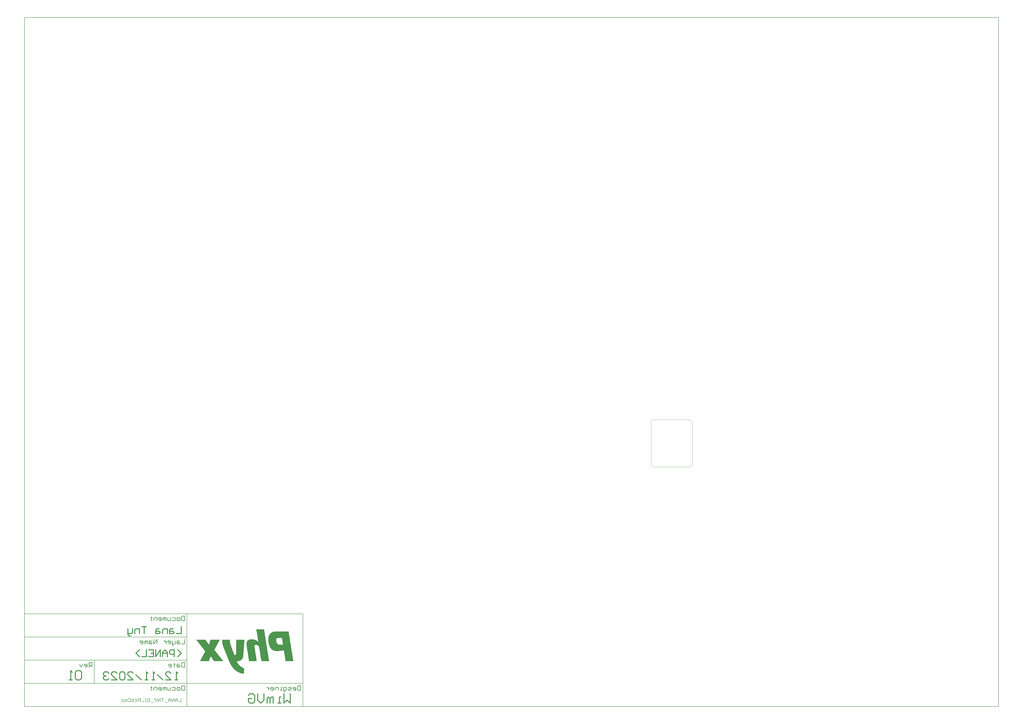
<source format=gbp>
G04*
G04 #@! TF.GenerationSoftware,Altium Limited,Altium Designer,23.10.1 (27)*
G04*
G04 Layer_Color=128*
%FSLAX25Y25*%
%MOIN*%
G70*
G04*
G04 #@! TF.SameCoordinates,194C9E44-5DED-4EF5-99F0-288BDC966464*
G04*
G04*
G04 #@! TF.FilePolarity,Positive*
G04*
G01*
G75*
%ADD10C,0.00984*%
%ADD11C,0.00394*%
%ADD13C,0.00787*%
%ADD16C,0.01575*%
G36*
X-95415Y-279574D02*
X-97132D01*
Y-279860D01*
X-97991D01*
Y-280146D01*
X-98850D01*
Y-280433D01*
X-99709D01*
Y-280719D01*
X-100282D01*
Y-281005D01*
X-100568D01*
Y-281292D01*
X-101141D01*
Y-281578D01*
X-101427D01*
Y-281864D01*
X-102000D01*
Y-282151D01*
X-102286D01*
Y-282437D01*
X-102572D01*
Y-282723D01*
X-102859D01*
Y-283009D01*
X-103145D01*
Y-283296D01*
X-103431D01*
Y-283582D01*
X-103718D01*
Y-283868D01*
Y-284155D01*
X-104004D01*
Y-284441D01*
X-104290D01*
Y-284727D01*
Y-285014D01*
X-104577D01*
Y-285300D01*
X-104863D01*
Y-285586D01*
Y-285873D01*
X-105149D01*
Y-286159D01*
Y-286445D01*
Y-286732D01*
X-105436D01*
Y-287018D01*
Y-287304D01*
Y-287590D01*
X-105722D01*
Y-287877D01*
Y-288163D01*
Y-288449D01*
Y-288736D01*
X-106008D01*
Y-289022D01*
Y-289308D01*
Y-289595D01*
Y-289881D01*
Y-290167D01*
X-106295D01*
Y-290454D01*
Y-290740D01*
Y-291026D01*
Y-291313D01*
Y-291599D01*
Y-291885D01*
Y-292171D01*
Y-292458D01*
Y-292744D01*
Y-293030D01*
Y-293317D01*
Y-293603D01*
Y-293889D01*
Y-294176D01*
Y-294462D01*
Y-294748D01*
Y-295035D01*
Y-295321D01*
Y-295607D01*
Y-295894D01*
X-106008D01*
Y-296180D01*
Y-296466D01*
Y-296752D01*
Y-297039D01*
Y-297325D01*
Y-297611D01*
Y-297898D01*
X-105722D01*
Y-298184D01*
Y-298470D01*
Y-298757D01*
Y-299043D01*
Y-299329D01*
X-105436D01*
Y-299616D01*
Y-299902D01*
Y-300188D01*
Y-300475D01*
Y-300761D01*
X-105149D01*
Y-301047D01*
Y-301333D01*
Y-301620D01*
X-104863D01*
Y-301906D01*
Y-302192D01*
Y-302479D01*
Y-302765D01*
X-104577D01*
Y-303051D01*
Y-303338D01*
Y-303624D01*
X-104290D01*
Y-303910D01*
Y-304197D01*
X-104004D01*
Y-304483D01*
Y-304769D01*
Y-305055D01*
X-103718D01*
Y-305342D01*
Y-305628D01*
X-103431D01*
Y-305914D01*
Y-306201D01*
X-103145D01*
Y-306487D01*
Y-306773D01*
X-102859D01*
Y-307060D01*
X-102572D01*
Y-307346D01*
Y-307632D01*
X-102286D01*
Y-307919D01*
X-102000D01*
Y-308205D01*
X-101714D01*
Y-308491D01*
Y-308778D01*
X-101427D01*
Y-309064D01*
X-101141D01*
Y-309350D01*
X-100855D01*
Y-309636D01*
X-100568D01*
Y-309923D01*
X-100282D01*
Y-310209D01*
X-99709D01*
Y-310495D01*
X-99423D01*
Y-310782D01*
X-98850D01*
Y-311068D01*
X-98564D01*
Y-311354D01*
X-97991D01*
Y-311641D01*
X-97132D01*
Y-311927D01*
X-96273D01*
Y-312213D01*
X-95415D01*
Y-312500D01*
X-93697D01*
Y-312786D01*
X-88543D01*
Y-312500D01*
X-85966D01*
Y-312213D01*
X-83962D01*
Y-311927D01*
X-82530D01*
Y-311641D01*
X-81099D01*
Y-311354D01*
X-79667D01*
Y-311641D01*
Y-311927D01*
Y-312213D01*
Y-312500D01*
Y-312786D01*
Y-313072D01*
Y-313359D01*
X-79381D01*
Y-313645D01*
Y-313931D01*
Y-314217D01*
Y-314504D01*
Y-314790D01*
Y-315076D01*
X-79095D01*
Y-315363D01*
Y-315649D01*
Y-315935D01*
Y-316222D01*
Y-316508D01*
Y-316794D01*
X-78808D01*
Y-317081D01*
Y-317367D01*
Y-317653D01*
Y-317940D01*
Y-318226D01*
Y-318512D01*
Y-318798D01*
X-78522D01*
Y-319085D01*
Y-319371D01*
Y-319657D01*
Y-319944D01*
Y-320230D01*
Y-320516D01*
X-78236D01*
Y-320803D01*
Y-321089D01*
Y-321375D01*
Y-321662D01*
Y-321948D01*
Y-322234D01*
X-77950D01*
Y-322521D01*
Y-322807D01*
Y-323093D01*
Y-323379D01*
Y-323666D01*
Y-323952D01*
Y-324238D01*
X-77663D01*
Y-324525D01*
Y-324811D01*
Y-325097D01*
Y-325384D01*
Y-325670D01*
Y-325956D01*
X-77377D01*
Y-326243D01*
Y-326529D01*
Y-326815D01*
Y-327102D01*
Y-327388D01*
Y-327674D01*
X-77091D01*
Y-327960D01*
Y-328247D01*
Y-328533D01*
Y-328819D01*
Y-329106D01*
Y-329392D01*
Y-329678D01*
X-63634D01*
Y-329392D01*
X-63920D01*
Y-329106D01*
Y-328819D01*
Y-328533D01*
Y-328247D01*
Y-327960D01*
X-64206D01*
Y-327674D01*
Y-327388D01*
Y-327102D01*
Y-326815D01*
Y-326529D01*
Y-326243D01*
Y-325956D01*
X-64493D01*
Y-325670D01*
Y-325384D01*
Y-325097D01*
Y-324811D01*
Y-324525D01*
Y-324238D01*
X-64779D01*
Y-323952D01*
Y-323666D01*
Y-323379D01*
Y-323093D01*
Y-322807D01*
Y-322521D01*
X-65065D01*
Y-322234D01*
Y-321948D01*
Y-321662D01*
Y-321375D01*
Y-321089D01*
Y-320803D01*
Y-320516D01*
X-65352D01*
Y-320230D01*
Y-319944D01*
Y-319657D01*
Y-319371D01*
Y-319085D01*
Y-318798D01*
X-65638D01*
Y-318512D01*
Y-318226D01*
Y-317940D01*
Y-317653D01*
Y-317367D01*
Y-317081D01*
X-65924D01*
Y-316794D01*
Y-316508D01*
Y-316222D01*
Y-315935D01*
Y-315649D01*
Y-315363D01*
X-66211D01*
Y-315076D01*
Y-314790D01*
Y-314504D01*
Y-314217D01*
Y-313931D01*
Y-313645D01*
Y-313359D01*
X-66497D01*
Y-313072D01*
Y-312786D01*
Y-312500D01*
Y-312213D01*
Y-311927D01*
Y-311641D01*
X-66783D01*
Y-311354D01*
Y-311068D01*
Y-310782D01*
Y-310495D01*
Y-310209D01*
Y-309923D01*
X-67070D01*
Y-309636D01*
Y-309350D01*
Y-309064D01*
Y-308778D01*
Y-308491D01*
Y-308205D01*
X-67356D01*
Y-307919D01*
Y-307632D01*
Y-307346D01*
Y-307060D01*
Y-306773D01*
Y-306487D01*
Y-306201D01*
X-67642D01*
Y-305914D01*
Y-305628D01*
Y-305342D01*
Y-305055D01*
Y-304769D01*
Y-304483D01*
X-67928D01*
Y-304197D01*
Y-303910D01*
Y-303624D01*
Y-303338D01*
Y-303051D01*
Y-302765D01*
X-68215D01*
Y-302479D01*
Y-302192D01*
Y-301906D01*
Y-301620D01*
Y-301333D01*
Y-301047D01*
Y-300761D01*
X-68501D01*
Y-300475D01*
Y-300188D01*
Y-299902D01*
Y-299616D01*
Y-299329D01*
Y-299043D01*
X-68787D01*
Y-298757D01*
Y-298470D01*
Y-298184D01*
Y-297898D01*
Y-297611D01*
Y-297325D01*
X-69074D01*
Y-297039D01*
Y-296752D01*
Y-296466D01*
Y-296180D01*
Y-295894D01*
Y-295607D01*
X-69360D01*
Y-295321D01*
Y-295035D01*
Y-294748D01*
Y-294462D01*
Y-294176D01*
Y-293889D01*
Y-293603D01*
X-69646D01*
Y-293317D01*
Y-293030D01*
Y-292744D01*
Y-292458D01*
Y-292171D01*
Y-291885D01*
X-69933D01*
Y-291599D01*
Y-291313D01*
Y-291026D01*
Y-290740D01*
Y-290454D01*
Y-290167D01*
X-70219D01*
Y-289881D01*
Y-289595D01*
Y-289308D01*
Y-289022D01*
Y-288736D01*
Y-288449D01*
Y-288163D01*
X-70505D01*
Y-287877D01*
Y-287590D01*
Y-287304D01*
Y-287018D01*
Y-286732D01*
Y-286445D01*
X-70792D01*
Y-286159D01*
Y-285873D01*
Y-285586D01*
Y-285300D01*
Y-285014D01*
Y-284727D01*
X-71078D01*
Y-284441D01*
Y-284155D01*
Y-283868D01*
Y-283582D01*
Y-283296D01*
Y-283009D01*
Y-282723D01*
X-71364D01*
Y-282437D01*
Y-282151D01*
Y-281864D01*
Y-281578D01*
Y-281292D01*
Y-281005D01*
X-71651D01*
Y-280719D01*
Y-280433D01*
Y-280146D01*
Y-279860D01*
Y-279574D01*
Y-279287D01*
X-95415D01*
Y-279574D01*
D02*
G37*
G36*
X-126623Y-276138D02*
Y-276424D01*
X-126336D01*
Y-276711D01*
Y-276997D01*
Y-277283D01*
Y-277570D01*
Y-277856D01*
Y-278142D01*
X-126050D01*
Y-278428D01*
Y-278715D01*
Y-279001D01*
Y-279287D01*
Y-279574D01*
Y-279860D01*
X-125764D01*
Y-280146D01*
Y-280433D01*
Y-280719D01*
Y-281005D01*
Y-281292D01*
Y-281578D01*
Y-281864D01*
X-125477D01*
Y-282151D01*
Y-282437D01*
Y-282723D01*
Y-283009D01*
Y-283296D01*
Y-283582D01*
X-125191D01*
Y-283868D01*
Y-284155D01*
Y-284441D01*
Y-284727D01*
Y-285014D01*
Y-285300D01*
X-124905D01*
Y-285586D01*
Y-285873D01*
Y-286159D01*
Y-286445D01*
Y-286732D01*
Y-287018D01*
Y-287304D01*
X-124618D01*
Y-287590D01*
Y-287877D01*
Y-288163D01*
Y-288449D01*
Y-288736D01*
Y-289022D01*
X-124332D01*
Y-289308D01*
Y-289595D01*
Y-289881D01*
Y-290167D01*
Y-290454D01*
Y-290740D01*
X-124046D01*
Y-291026D01*
Y-291313D01*
Y-291599D01*
Y-291885D01*
Y-292171D01*
Y-292458D01*
X-123759D01*
Y-292744D01*
Y-293030D01*
Y-293317D01*
Y-293603D01*
Y-293889D01*
Y-294176D01*
Y-294462D01*
X-123473D01*
Y-294748D01*
Y-295035D01*
Y-295321D01*
Y-295607D01*
Y-295894D01*
Y-296180D01*
X-123187D01*
Y-296466D01*
Y-296752D01*
X-123759D01*
Y-296466D01*
X-124046D01*
Y-296180D01*
X-124332D01*
Y-295894D01*
X-124905D01*
Y-295607D01*
X-125191D01*
Y-295321D01*
X-125477D01*
Y-295035D01*
X-126050D01*
Y-294748D01*
X-126623D01*
Y-294462D01*
X-126909D01*
Y-294176D01*
X-127482D01*
Y-293889D01*
X-128341D01*
Y-293603D01*
X-128913D01*
Y-293317D01*
X-129772D01*
Y-293030D01*
X-131204D01*
Y-292744D01*
X-137503D01*
Y-293030D01*
X-138648D01*
Y-293317D01*
X-139507D01*
Y-293603D01*
X-140079D01*
Y-293889D01*
X-140366D01*
Y-294176D01*
X-140938D01*
Y-294462D01*
X-141225D01*
Y-294748D01*
X-141511D01*
Y-295035D01*
X-141797D01*
Y-295321D01*
X-142084D01*
Y-295607D01*
Y-295894D01*
X-142370D01*
Y-296180D01*
Y-296466D01*
X-142656D01*
Y-296752D01*
Y-297039D01*
Y-297325D01*
X-142943D01*
Y-297611D01*
Y-297898D01*
Y-298184D01*
Y-298470D01*
X-143229D01*
Y-298757D01*
Y-299043D01*
Y-299329D01*
Y-299616D01*
Y-299902D01*
Y-300188D01*
Y-300475D01*
Y-300761D01*
Y-301047D01*
Y-301333D01*
Y-301620D01*
Y-301906D01*
Y-302192D01*
Y-302479D01*
Y-302765D01*
Y-303051D01*
Y-303338D01*
Y-303624D01*
X-142943D01*
Y-303910D01*
Y-304197D01*
Y-304483D01*
Y-304769D01*
Y-305055D01*
Y-305342D01*
Y-305628D01*
X-142656D01*
Y-305914D01*
Y-306201D01*
Y-306487D01*
Y-306773D01*
Y-307060D01*
Y-307346D01*
Y-307632D01*
X-142370D01*
Y-307919D01*
Y-308205D01*
Y-308491D01*
Y-308778D01*
Y-309064D01*
Y-309350D01*
X-142084D01*
Y-309636D01*
Y-309923D01*
Y-310209D01*
Y-310495D01*
Y-310782D01*
Y-311068D01*
X-141797D01*
Y-311354D01*
Y-311641D01*
Y-311927D01*
Y-312213D01*
Y-312500D01*
Y-312786D01*
X-141511D01*
Y-313072D01*
Y-313359D01*
Y-313645D01*
Y-313931D01*
Y-314217D01*
Y-314504D01*
Y-314790D01*
X-141225D01*
Y-315076D01*
Y-315363D01*
Y-315649D01*
Y-315935D01*
Y-316222D01*
Y-316508D01*
X-140938D01*
Y-316794D01*
Y-317081D01*
Y-317367D01*
Y-317653D01*
Y-317940D01*
Y-318226D01*
X-140652D01*
Y-318512D01*
Y-318798D01*
Y-319085D01*
Y-319371D01*
Y-319657D01*
Y-319944D01*
Y-320230D01*
X-140366D01*
Y-320516D01*
Y-320803D01*
Y-321089D01*
Y-321375D01*
Y-321662D01*
Y-321948D01*
X-140079D01*
Y-322234D01*
Y-322521D01*
Y-322807D01*
Y-323093D01*
Y-323379D01*
Y-323666D01*
X-139793D01*
Y-323952D01*
Y-324238D01*
Y-324525D01*
Y-324811D01*
Y-325097D01*
Y-325384D01*
X-139507D01*
Y-325670D01*
Y-325956D01*
Y-326243D01*
Y-326529D01*
Y-326815D01*
Y-327102D01*
Y-327388D01*
X-139220D01*
Y-327674D01*
Y-327960D01*
Y-328247D01*
Y-328533D01*
Y-328819D01*
Y-329106D01*
X-138934D01*
Y-329392D01*
Y-329678D01*
X-125764D01*
Y-329392D01*
Y-329106D01*
X-126050D01*
Y-328819D01*
Y-328533D01*
Y-328247D01*
Y-327960D01*
Y-327674D01*
Y-327388D01*
X-126336D01*
Y-327102D01*
Y-326815D01*
Y-326529D01*
Y-326243D01*
Y-325956D01*
Y-325670D01*
Y-325384D01*
X-126623D01*
Y-325097D01*
Y-324811D01*
Y-324525D01*
Y-324238D01*
Y-323952D01*
Y-323666D01*
X-126909D01*
Y-323379D01*
Y-323093D01*
Y-322807D01*
Y-322521D01*
Y-322234D01*
Y-321948D01*
X-127195D01*
Y-321662D01*
Y-321375D01*
Y-321089D01*
Y-320803D01*
Y-320516D01*
Y-320230D01*
Y-319944D01*
X-127482D01*
Y-319657D01*
Y-319371D01*
Y-319085D01*
Y-318798D01*
Y-318512D01*
Y-318226D01*
X-127768D01*
Y-317940D01*
Y-317653D01*
Y-317367D01*
Y-317081D01*
Y-316794D01*
Y-316508D01*
Y-316222D01*
X-128054D01*
Y-315935D01*
Y-315649D01*
Y-315363D01*
Y-315076D01*
Y-314790D01*
Y-314504D01*
X-128341D01*
Y-314217D01*
Y-313931D01*
Y-313645D01*
Y-313359D01*
Y-313072D01*
Y-312786D01*
X-128627D01*
Y-312500D01*
Y-312213D01*
Y-311927D01*
Y-311641D01*
Y-311354D01*
Y-311068D01*
X-128913D01*
Y-310782D01*
Y-310495D01*
Y-310209D01*
Y-309923D01*
Y-309636D01*
Y-309350D01*
Y-309064D01*
X-129200D01*
Y-308778D01*
Y-308491D01*
Y-308205D01*
Y-307919D01*
Y-307632D01*
Y-307346D01*
X-129486D01*
Y-307060D01*
Y-306773D01*
Y-306487D01*
Y-306201D01*
Y-305914D01*
Y-305628D01*
Y-305342D01*
X-129772D01*
Y-305055D01*
Y-304769D01*
Y-304483D01*
Y-304197D01*
Y-303910D01*
Y-303624D01*
X-129486D01*
Y-303338D01*
Y-303051D01*
X-129200D01*
Y-302765D01*
X-128913D01*
Y-302479D01*
X-128341D01*
Y-302192D01*
X-126623D01*
Y-302479D01*
X-125191D01*
Y-302765D01*
X-124332D01*
Y-303051D01*
X-123759D01*
Y-303338D01*
X-123473D01*
Y-303624D01*
X-122901D01*
Y-303910D01*
X-122614D01*
Y-304197D01*
X-122328D01*
Y-304483D01*
Y-304769D01*
X-122042D01*
Y-305055D01*
Y-305342D01*
Y-305628D01*
X-121755D01*
Y-305914D01*
Y-306201D01*
Y-306487D01*
Y-306773D01*
Y-307060D01*
Y-307346D01*
X-121469D01*
Y-307632D01*
Y-307919D01*
Y-308205D01*
Y-308491D01*
Y-308778D01*
Y-309064D01*
Y-309350D01*
X-121183D01*
Y-309636D01*
Y-309923D01*
Y-310209D01*
Y-310495D01*
Y-310782D01*
Y-311068D01*
X-120896D01*
Y-311354D01*
Y-311641D01*
Y-311927D01*
Y-312213D01*
Y-312500D01*
Y-312786D01*
X-120610D01*
Y-313072D01*
Y-313359D01*
Y-313645D01*
Y-313931D01*
Y-314217D01*
Y-314504D01*
X-120324D01*
Y-314790D01*
Y-315076D01*
Y-315363D01*
Y-315649D01*
Y-315935D01*
Y-316222D01*
Y-316508D01*
X-120037D01*
Y-316794D01*
Y-317081D01*
Y-317367D01*
Y-317653D01*
Y-317940D01*
Y-318226D01*
X-119751D01*
Y-318512D01*
Y-318798D01*
Y-319085D01*
Y-319371D01*
Y-319657D01*
Y-319944D01*
X-119465D01*
Y-320230D01*
Y-320516D01*
Y-320803D01*
Y-321089D01*
Y-321375D01*
Y-321662D01*
Y-321948D01*
X-119178D01*
Y-322234D01*
Y-322521D01*
Y-322807D01*
Y-323093D01*
Y-323379D01*
Y-323666D01*
X-118892D01*
Y-323952D01*
Y-324238D01*
Y-324525D01*
Y-324811D01*
Y-325097D01*
Y-325384D01*
X-118606D01*
Y-325670D01*
Y-325956D01*
Y-326243D01*
Y-326529D01*
Y-326815D01*
Y-327102D01*
X-118320D01*
Y-327388D01*
Y-327674D01*
Y-327960D01*
Y-328247D01*
Y-328533D01*
Y-328819D01*
Y-329106D01*
X-118033D01*
Y-329392D01*
Y-329678D01*
X-104863D01*
Y-329392D01*
Y-329106D01*
X-105149D01*
Y-328819D01*
Y-328533D01*
Y-328247D01*
Y-327960D01*
Y-327674D01*
Y-327388D01*
Y-327102D01*
X-105436D01*
Y-326815D01*
Y-326529D01*
Y-326243D01*
Y-325956D01*
Y-325670D01*
Y-325384D01*
X-105722D01*
Y-325097D01*
Y-324811D01*
Y-324525D01*
Y-324238D01*
Y-323952D01*
Y-323666D01*
X-106008D01*
Y-323379D01*
Y-323093D01*
Y-322807D01*
Y-322521D01*
Y-322234D01*
Y-321948D01*
Y-321662D01*
X-106295D01*
Y-321375D01*
Y-321089D01*
Y-320803D01*
Y-320516D01*
Y-320230D01*
Y-319944D01*
X-106581D01*
Y-319657D01*
Y-319371D01*
Y-319085D01*
Y-318798D01*
Y-318512D01*
Y-318226D01*
X-106867D01*
Y-317940D01*
Y-317653D01*
Y-317367D01*
Y-317081D01*
Y-316794D01*
Y-316508D01*
X-107153D01*
Y-316222D01*
Y-315935D01*
Y-315649D01*
Y-315363D01*
Y-315076D01*
Y-314790D01*
Y-314504D01*
X-107440D01*
Y-314217D01*
Y-313931D01*
Y-313645D01*
Y-313359D01*
Y-313072D01*
Y-312786D01*
X-107726D01*
Y-312500D01*
Y-312213D01*
Y-311927D01*
Y-311641D01*
Y-311354D01*
Y-311068D01*
X-108012D01*
Y-310782D01*
Y-310495D01*
Y-310209D01*
Y-309923D01*
Y-309636D01*
Y-309350D01*
Y-309064D01*
X-108299D01*
Y-308778D01*
Y-308491D01*
Y-308205D01*
Y-307919D01*
Y-307632D01*
Y-307346D01*
X-108585D01*
Y-307060D01*
Y-306773D01*
Y-306487D01*
Y-306201D01*
Y-305914D01*
Y-305628D01*
X-108871D01*
Y-305342D01*
Y-305055D01*
Y-304769D01*
Y-304483D01*
Y-304197D01*
Y-303910D01*
X-109158D01*
Y-303624D01*
Y-303338D01*
Y-303051D01*
Y-302765D01*
Y-302479D01*
Y-302192D01*
Y-301906D01*
X-109444D01*
Y-301620D01*
Y-301333D01*
Y-301047D01*
Y-300761D01*
Y-300475D01*
Y-300188D01*
X-109730D01*
Y-299902D01*
Y-299616D01*
Y-299329D01*
Y-299043D01*
Y-298757D01*
Y-298470D01*
X-110017D01*
Y-298184D01*
Y-297898D01*
Y-297611D01*
Y-297325D01*
Y-297039D01*
Y-296752D01*
X-110303D01*
Y-296466D01*
Y-296180D01*
Y-295894D01*
Y-295607D01*
Y-295321D01*
Y-295035D01*
Y-294748D01*
X-110589D01*
Y-294462D01*
Y-294176D01*
Y-293889D01*
Y-293603D01*
Y-293317D01*
Y-293030D01*
X-110875D01*
Y-292744D01*
Y-292458D01*
Y-292171D01*
Y-291885D01*
Y-291599D01*
Y-291313D01*
X-111162D01*
Y-291026D01*
Y-290740D01*
Y-290454D01*
Y-290167D01*
Y-289881D01*
Y-289595D01*
Y-289308D01*
X-111448D01*
Y-289022D01*
Y-288736D01*
Y-288449D01*
Y-288163D01*
Y-287877D01*
Y-287590D01*
X-111734D01*
Y-287304D01*
Y-287018D01*
Y-286732D01*
Y-286445D01*
Y-286159D01*
Y-285873D01*
X-112021D01*
Y-285586D01*
Y-285300D01*
Y-285014D01*
Y-284727D01*
Y-284441D01*
Y-284155D01*
X-112307D01*
Y-283868D01*
Y-283582D01*
Y-283296D01*
Y-283009D01*
Y-282723D01*
Y-282437D01*
Y-282151D01*
X-112593D01*
Y-281864D01*
Y-281578D01*
Y-281292D01*
Y-281005D01*
Y-280719D01*
Y-280433D01*
X-112880D01*
Y-280146D01*
Y-279860D01*
Y-279574D01*
Y-279287D01*
Y-279001D01*
Y-278715D01*
X-113166D01*
Y-278428D01*
Y-278142D01*
Y-277856D01*
Y-277570D01*
Y-277283D01*
Y-276997D01*
Y-276711D01*
X-113452D01*
Y-276424D01*
Y-276138D01*
Y-275852D01*
X-126623D01*
Y-276138D01*
D02*
G37*
G36*
X-228550Y-293603D02*
X-228264D01*
Y-293889D01*
X-227977D01*
Y-294176D01*
Y-294462D01*
X-227691D01*
Y-294748D01*
X-227405D01*
Y-295035D01*
X-227118D01*
Y-295321D01*
Y-295607D01*
X-226832D01*
Y-295894D01*
X-226546D01*
Y-296180D01*
X-226259D01*
Y-296466D01*
X-225973D01*
Y-296752D01*
Y-297039D01*
X-225687D01*
Y-297325D01*
X-225401D01*
Y-297611D01*
X-225114D01*
Y-297898D01*
Y-298184D01*
X-224828D01*
Y-298470D01*
X-224542D01*
Y-298757D01*
X-224255D01*
Y-299043D01*
X-223969D01*
Y-299329D01*
Y-299616D01*
X-223683D01*
Y-299902D01*
X-223396D01*
Y-300188D01*
X-223110D01*
Y-300475D01*
Y-300761D01*
X-222824D01*
Y-301047D01*
X-222537D01*
Y-301333D01*
X-222251D01*
Y-301620D01*
Y-301906D01*
X-221965D01*
Y-302192D01*
X-221678D01*
Y-302479D01*
X-221392D01*
Y-302765D01*
X-221106D01*
Y-303051D01*
Y-303338D01*
X-220820D01*
Y-303624D01*
X-220533D01*
Y-303910D01*
X-220247D01*
Y-304197D01*
Y-304483D01*
X-219961D01*
Y-304769D01*
X-219674D01*
Y-305055D01*
X-219388D01*
Y-305342D01*
Y-305628D01*
X-219102D01*
Y-305914D01*
X-218815D01*
Y-306201D01*
X-218529D01*
Y-306487D01*
X-218243D01*
Y-306773D01*
Y-307060D01*
X-217956D01*
Y-307346D01*
X-217670D01*
Y-307632D01*
X-217384D01*
Y-307919D01*
Y-308205D01*
X-217097D01*
Y-308491D01*
X-216811D01*
Y-308778D01*
X-216525D01*
Y-309064D01*
Y-309350D01*
X-216239D01*
Y-309636D01*
X-215952D01*
Y-309923D01*
X-215666D01*
Y-310209D01*
X-215380D01*
Y-310495D01*
Y-310782D01*
X-215093D01*
Y-311068D01*
X-214807D01*
Y-311354D01*
X-214521D01*
Y-311641D01*
Y-311927D01*
X-214234D01*
Y-312213D01*
X-213948D01*
Y-312500D01*
X-213662D01*
Y-312786D01*
X-213375D01*
Y-313072D01*
Y-313359D01*
X-213662D01*
Y-313645D01*
Y-313931D01*
X-213948D01*
Y-314217D01*
Y-314504D01*
X-214234D01*
Y-314790D01*
X-214521D01*
Y-315076D01*
Y-315363D01*
X-214807D01*
Y-315649D01*
Y-315935D01*
X-215093D01*
Y-316222D01*
Y-316508D01*
X-215380D01*
Y-316794D01*
Y-317081D01*
X-215666D01*
Y-317367D01*
Y-317653D01*
X-215952D01*
Y-317940D01*
Y-318226D01*
X-216239D01*
Y-318512D01*
Y-318798D01*
X-216525D01*
Y-319085D01*
Y-319371D01*
X-216811D01*
Y-319657D01*
X-217097D01*
Y-319944D01*
Y-320230D01*
X-217384D01*
Y-320516D01*
Y-320803D01*
X-217670D01*
Y-321089D01*
Y-321375D01*
X-217956D01*
Y-321662D01*
Y-321948D01*
X-218243D01*
Y-322234D01*
Y-322521D01*
X-218529D01*
Y-322807D01*
Y-323093D01*
X-218815D01*
Y-323379D01*
Y-323666D01*
X-219102D01*
Y-323952D01*
X-219388D01*
Y-324238D01*
Y-324525D01*
X-219674D01*
Y-324811D01*
Y-325097D01*
X-219961D01*
Y-325384D01*
Y-325670D01*
X-220247D01*
Y-325956D01*
Y-326243D01*
X-220533D01*
Y-326529D01*
Y-326815D01*
X-220820D01*
Y-327102D01*
Y-327388D01*
X-221106D01*
Y-327674D01*
Y-327960D01*
X-221392D01*
Y-328247D01*
X-221678D01*
Y-328533D01*
Y-328819D01*
X-221965D01*
Y-329106D01*
Y-329392D01*
X-222251D01*
Y-329678D01*
X-207077D01*
Y-329392D01*
X-206790D01*
Y-329106D01*
Y-328819D01*
Y-328533D01*
X-206504D01*
Y-328247D01*
Y-327960D01*
Y-327674D01*
X-206218D01*
Y-327388D01*
Y-327102D01*
X-205931D01*
Y-326815D01*
Y-326529D01*
Y-326243D01*
X-205645D01*
Y-325956D01*
Y-325670D01*
Y-325384D01*
X-205359D01*
Y-325097D01*
Y-324811D01*
X-205072D01*
Y-324525D01*
Y-324238D01*
Y-323952D01*
X-204786D01*
Y-323666D01*
Y-323379D01*
Y-323093D01*
X-204500D01*
Y-322807D01*
Y-322521D01*
Y-322234D01*
X-204214D01*
Y-321948D01*
X-203641D01*
Y-322234D01*
Y-322521D01*
X-203355D01*
Y-322807D01*
X-203068D01*
Y-323093D01*
Y-323379D01*
X-202782D01*
Y-323666D01*
X-202496D01*
Y-323952D01*
Y-324238D01*
X-202209D01*
Y-324525D01*
X-201923D01*
Y-324811D01*
Y-325097D01*
X-201637D01*
Y-325384D01*
X-201350D01*
Y-325670D01*
X-201064D01*
Y-325956D01*
Y-326243D01*
X-200778D01*
Y-326529D01*
X-200491D01*
Y-326815D01*
Y-327102D01*
X-200205D01*
Y-327388D01*
X-199919D01*
Y-327674D01*
Y-327960D01*
X-199632D01*
Y-328247D01*
X-199346D01*
Y-328533D01*
Y-328819D01*
X-199060D01*
Y-329106D01*
X-198774D01*
Y-329392D01*
Y-329678D01*
X-182740D01*
Y-329392D01*
X-183026D01*
Y-329106D01*
X-183313D01*
Y-328819D01*
X-183599D01*
Y-328533D01*
X-183885D01*
Y-328247D01*
Y-327960D01*
X-184172D01*
Y-327674D01*
X-184458D01*
Y-327388D01*
X-184744D01*
Y-327102D01*
X-185030D01*
Y-326815D01*
Y-326529D01*
X-185317D01*
Y-326243D01*
X-185603D01*
Y-325956D01*
X-185889D01*
Y-325670D01*
Y-325384D01*
X-186176D01*
Y-325097D01*
X-186462D01*
Y-324811D01*
X-186748D01*
Y-324525D01*
X-187035D01*
Y-324238D01*
Y-323952D01*
X-187321D01*
Y-323666D01*
X-187607D01*
Y-323379D01*
X-187894D01*
Y-323093D01*
X-188180D01*
Y-322807D01*
Y-322521D01*
X-188466D01*
Y-322234D01*
X-188753D01*
Y-321948D01*
X-189039D01*
Y-321662D01*
Y-321375D01*
X-189325D01*
Y-321089D01*
X-189611D01*
Y-320803D01*
X-189898D01*
Y-320516D01*
X-190184D01*
Y-320230D01*
Y-319944D01*
X-190470D01*
Y-319657D01*
X-190757D01*
Y-319371D01*
X-191043D01*
Y-319085D01*
Y-318798D01*
X-191329D01*
Y-318512D01*
X-191616D01*
Y-318226D01*
X-191902D01*
Y-317940D01*
X-192188D01*
Y-317653D01*
Y-317367D01*
X-192475D01*
Y-317081D01*
X-192761D01*
Y-316794D01*
X-193047D01*
Y-316508D01*
Y-316222D01*
X-193334D01*
Y-315935D01*
X-193620D01*
Y-315649D01*
X-193906D01*
Y-315363D01*
X-194193D01*
Y-315076D01*
Y-314790D01*
X-194479D01*
Y-314504D01*
X-194765D01*
Y-314217D01*
X-195051D01*
Y-313931D01*
X-195338D01*
Y-313645D01*
Y-313359D01*
X-195624D01*
Y-313072D01*
X-195910D01*
Y-312786D01*
X-196197D01*
Y-312500D01*
Y-312213D01*
X-196483D01*
Y-311927D01*
X-196769D01*
Y-311641D01*
X-197056D01*
Y-311354D01*
X-197342D01*
Y-311068D01*
Y-310782D01*
X-197628D01*
Y-310495D01*
Y-310209D01*
Y-309923D01*
X-197342D01*
Y-309636D01*
X-197056D01*
Y-309350D01*
Y-309064D01*
X-196769D01*
Y-308778D01*
Y-308491D01*
X-196483D01*
Y-308205D01*
Y-307919D01*
X-196197D01*
Y-307632D01*
Y-307346D01*
X-195910D01*
Y-307060D01*
Y-306773D01*
X-195624D01*
Y-306487D01*
Y-306201D01*
X-195338D01*
Y-305914D01*
X-195051D01*
Y-305628D01*
Y-305342D01*
X-194765D01*
Y-305055D01*
Y-304769D01*
X-194479D01*
Y-304483D01*
Y-304197D01*
X-194193D01*
Y-303910D01*
Y-303624D01*
X-193906D01*
Y-303338D01*
Y-303051D01*
X-193620D01*
Y-302765D01*
Y-302479D01*
X-193334D01*
Y-302192D01*
X-193047D01*
Y-301906D01*
Y-301620D01*
X-192761D01*
Y-301333D01*
Y-301047D01*
X-192475D01*
Y-300761D01*
Y-300475D01*
X-192188D01*
Y-300188D01*
Y-299902D01*
X-191902D01*
Y-299616D01*
Y-299329D01*
X-191616D01*
Y-299043D01*
Y-298757D01*
X-191329D01*
Y-298470D01*
Y-298184D01*
X-191043D01*
Y-297898D01*
X-190757D01*
Y-297611D01*
Y-297325D01*
X-190470D01*
Y-297039D01*
Y-296752D01*
X-190184D01*
Y-296466D01*
Y-296180D01*
X-189898D01*
Y-295894D01*
Y-295607D01*
X-189611D01*
Y-295321D01*
Y-295035D01*
X-189325D01*
Y-294748D01*
Y-294462D01*
X-189039D01*
Y-294176D01*
X-188753D01*
Y-293889D01*
Y-293603D01*
X-188466D01*
Y-293317D01*
X-204214D01*
Y-293603D01*
X-204500D01*
Y-293889D01*
Y-294176D01*
Y-294462D01*
X-204786D01*
Y-294748D01*
Y-295035D01*
Y-295321D01*
X-205072D01*
Y-295607D01*
Y-295894D01*
Y-296180D01*
X-205359D01*
Y-296466D01*
Y-296752D01*
Y-297039D01*
X-205645D01*
Y-297325D01*
Y-297611D01*
Y-297898D01*
X-205931D01*
Y-298184D01*
Y-298470D01*
Y-298757D01*
X-206218D01*
Y-299043D01*
Y-299329D01*
Y-299616D01*
X-206504D01*
Y-299902D01*
Y-300188D01*
Y-300475D01*
X-206790D01*
Y-300761D01*
Y-301047D01*
Y-301333D01*
Y-301620D01*
X-207363D01*
Y-301333D01*
X-207649D01*
Y-301047D01*
X-207936D01*
Y-300761D01*
Y-300475D01*
X-208222D01*
Y-300188D01*
X-208508D01*
Y-299902D01*
Y-299616D01*
X-208794D01*
Y-299329D01*
X-209081D01*
Y-299043D01*
Y-298757D01*
X-209367D01*
Y-298470D01*
X-209653D01*
Y-298184D01*
Y-297898D01*
X-209940D01*
Y-297611D01*
X-210226D01*
Y-297325D01*
Y-297039D01*
X-210512D01*
Y-296752D01*
X-210799D01*
Y-296466D01*
Y-296180D01*
X-211085D01*
Y-295894D01*
X-211371D01*
Y-295607D01*
Y-295321D01*
X-211658D01*
Y-295035D01*
X-211944D01*
Y-294748D01*
Y-294462D01*
X-212230D01*
Y-294176D01*
X-212516D01*
Y-293889D01*
Y-293603D01*
X-212803D01*
Y-293317D01*
X-228550D01*
Y-293603D01*
D02*
G37*
G36*
X-184458D02*
Y-293889D01*
Y-294176D01*
Y-294462D01*
Y-294748D01*
Y-295035D01*
Y-295321D01*
Y-295607D01*
Y-295894D01*
Y-296180D01*
Y-296466D01*
Y-296752D01*
Y-297039D01*
Y-297325D01*
Y-297611D01*
Y-297898D01*
Y-298184D01*
Y-298470D01*
Y-298757D01*
Y-299043D01*
Y-299329D01*
X-184172D01*
Y-299616D01*
Y-299902D01*
Y-300188D01*
Y-300475D01*
Y-300761D01*
X-183885D01*
Y-301047D01*
Y-301333D01*
Y-301620D01*
Y-301906D01*
X-183599D01*
Y-302192D01*
Y-302479D01*
Y-302765D01*
Y-303051D01*
X-183313D01*
Y-303338D01*
Y-303624D01*
Y-303910D01*
X-183026D01*
Y-304197D01*
Y-304483D01*
Y-304769D01*
X-182740D01*
Y-305055D01*
Y-305342D01*
Y-305628D01*
X-182454D01*
Y-305914D01*
Y-306201D01*
Y-306487D01*
X-182167D01*
Y-306773D01*
Y-307060D01*
X-181881D01*
Y-307346D01*
Y-307632D01*
X-181595D01*
Y-307919D01*
Y-308205D01*
Y-308491D01*
X-181308D01*
Y-308778D01*
Y-309064D01*
X-181022D01*
Y-309350D01*
Y-309636D01*
Y-309923D01*
X-180736D01*
Y-310209D01*
Y-310495D01*
X-180449D01*
Y-310782D01*
Y-311068D01*
Y-311354D01*
X-180163D01*
Y-311641D01*
Y-311927D01*
X-179877D01*
Y-312213D01*
Y-312500D01*
Y-312786D01*
X-179591D01*
Y-313072D01*
Y-313359D01*
X-179304D01*
Y-313645D01*
Y-313931D01*
Y-314217D01*
X-179018D01*
Y-314504D01*
Y-314790D01*
X-178732D01*
Y-315076D01*
Y-315363D01*
Y-315649D01*
X-178445D01*
Y-315935D01*
Y-316222D01*
X-178159D01*
Y-316508D01*
Y-316794D01*
Y-317081D01*
X-177873D01*
Y-317367D01*
Y-317653D01*
X-177586D01*
Y-317940D01*
Y-318226D01*
Y-318512D01*
X-177300D01*
Y-318798D01*
Y-319085D01*
X-177014D01*
Y-319371D01*
Y-319657D01*
Y-319944D01*
X-176727D01*
Y-320230D01*
Y-320516D01*
X-176441D01*
Y-320803D01*
Y-321089D01*
Y-321375D01*
X-176155D01*
Y-321662D01*
Y-321948D01*
X-175868D01*
Y-322234D01*
Y-322521D01*
Y-322807D01*
X-175582D01*
Y-323093D01*
Y-323379D01*
X-175296D01*
Y-323666D01*
Y-323952D01*
Y-324238D01*
X-175010D01*
Y-324525D01*
Y-324811D01*
X-174723D01*
Y-325097D01*
Y-325384D01*
Y-325670D01*
X-174437D01*
Y-325956D01*
Y-326243D01*
X-174151D01*
Y-326529D01*
Y-326815D01*
Y-327102D01*
X-173864D01*
Y-327388D01*
Y-327674D01*
X-173578D01*
Y-327960D01*
Y-328247D01*
Y-328533D01*
X-173292D01*
Y-328819D01*
Y-329106D01*
X-173005D01*
Y-329392D01*
Y-329678D01*
Y-329965D01*
X-172719D01*
Y-330251D01*
Y-330537D01*
X-172433D01*
Y-330824D01*
Y-331110D01*
X-172146D01*
Y-331396D01*
Y-331683D01*
X-171860D01*
Y-331969D01*
Y-332255D01*
Y-332542D01*
X-171574D01*
Y-332828D01*
X-171288D01*
Y-333114D01*
Y-333401D01*
Y-333687D01*
X-171001D01*
Y-333973D01*
X-170715D01*
Y-334259D01*
Y-334546D01*
X-170429D01*
Y-334832D01*
Y-335118D01*
X-170142D01*
Y-335405D01*
Y-335691D01*
X-169856D01*
Y-335977D01*
Y-336264D01*
X-169570D01*
Y-336550D01*
X-169283D01*
Y-336836D01*
Y-337123D01*
X-168997D01*
Y-337409D01*
Y-337695D01*
X-168711D01*
Y-337982D01*
X-168424D01*
Y-338268D01*
X-168138D01*
Y-338554D01*
Y-338840D01*
X-167852D01*
Y-339127D01*
X-167565D01*
Y-339413D01*
Y-339699D01*
X-167279D01*
Y-339986D01*
X-166993D01*
Y-340272D01*
X-166707D01*
Y-340558D01*
Y-340845D01*
X-166420D01*
Y-341131D01*
X-166134D01*
Y-341417D01*
X-165848D01*
Y-341704D01*
X-165561D01*
Y-341990D01*
X-165275D01*
Y-342276D01*
Y-342563D01*
X-164989D01*
Y-342849D01*
X-164702D01*
Y-343135D01*
X-164416D01*
Y-343421D01*
X-164130D01*
Y-343708D01*
X-163843D01*
Y-343994D01*
X-163557D01*
Y-344280D01*
X-163271D01*
Y-344567D01*
X-162698D01*
Y-344853D01*
X-162412D01*
Y-345139D01*
X-162126D01*
Y-345426D01*
X-161839D01*
Y-345712D01*
X-161553D01*
Y-345998D01*
X-160980D01*
Y-346285D01*
X-160694D01*
Y-346571D01*
X-160121D01*
Y-346857D01*
X-159835D01*
Y-347144D01*
X-159262D01*
Y-347430D01*
X-158976D01*
Y-347716D01*
X-158403D01*
Y-348002D01*
X-157831D01*
Y-348289D01*
X-157258D01*
Y-348575D01*
X-156685D01*
Y-348861D01*
X-156113D01*
Y-349148D01*
X-155254D01*
Y-349434D01*
X-154681D01*
Y-349720D01*
X-153822D01*
Y-350007D01*
X-152677D01*
Y-350293D01*
X-151532D01*
Y-350579D01*
X-149814D01*
Y-350866D01*
X-147810D01*
Y-351152D01*
X-147523D01*
Y-350866D01*
Y-350579D01*
Y-350293D01*
Y-350007D01*
Y-349720D01*
Y-349434D01*
Y-349148D01*
Y-348861D01*
Y-348575D01*
Y-348289D01*
Y-348002D01*
Y-347716D01*
Y-347430D01*
Y-347144D01*
Y-346857D01*
Y-346571D01*
Y-346285D01*
Y-345998D01*
Y-345712D01*
Y-345426D01*
Y-345139D01*
Y-344853D01*
Y-344567D01*
Y-344280D01*
Y-343994D01*
Y-343708D01*
Y-343421D01*
Y-343135D01*
Y-342849D01*
Y-342563D01*
Y-342276D01*
Y-341990D01*
Y-341704D01*
X-148096D01*
Y-341417D01*
X-148669D01*
Y-341131D01*
X-149241D01*
Y-340845D01*
X-149814D01*
Y-340558D01*
X-150387D01*
Y-340272D01*
X-150959D01*
Y-339986D01*
X-151246D01*
Y-339699D01*
X-151818D01*
Y-339413D01*
X-152104D01*
Y-339127D01*
X-152677D01*
Y-338840D01*
X-152963D01*
Y-338554D01*
X-153250D01*
Y-338268D01*
X-153822D01*
Y-337982D01*
X-154109D01*
Y-337695D01*
X-154395D01*
Y-337409D01*
X-154681D01*
Y-337123D01*
X-154968D01*
Y-336836D01*
X-155254D01*
Y-336550D01*
X-155540D01*
Y-336264D01*
X-155827D01*
Y-335977D01*
X-156113D01*
Y-335691D01*
X-156399D01*
Y-335405D01*
X-156685D01*
Y-335118D01*
X-156972D01*
Y-334832D01*
Y-334546D01*
X-157258D01*
Y-334259D01*
X-157545D01*
Y-333973D01*
X-157831D01*
Y-333687D01*
Y-333401D01*
X-158117D01*
Y-333114D01*
X-158403D01*
Y-332828D01*
Y-332542D01*
X-158690D01*
Y-332255D01*
Y-331969D01*
X-158976D01*
Y-331683D01*
X-159262D01*
Y-331396D01*
Y-331110D01*
X-159549D01*
Y-330824D01*
Y-330537D01*
X-159835D01*
Y-330251D01*
Y-329965D01*
X-158117D01*
Y-329678D01*
X-156113D01*
Y-329392D01*
X-154968D01*
Y-329106D01*
X-154395D01*
Y-328819D01*
X-153536D01*
Y-328533D01*
X-152963D01*
Y-328247D01*
X-152677D01*
Y-327960D01*
X-152104D01*
Y-327674D01*
X-151818D01*
Y-327388D01*
X-151532D01*
Y-327102D01*
X-151246D01*
Y-326815D01*
X-150959D01*
Y-326529D01*
X-150673D01*
Y-326243D01*
Y-325956D01*
X-150387D01*
Y-325670D01*
X-150100D01*
Y-325384D01*
Y-325097D01*
X-149814D01*
Y-324811D01*
Y-324525D01*
X-149528D01*
Y-324238D01*
Y-323952D01*
X-149241D01*
Y-323666D01*
Y-323379D01*
Y-323093D01*
X-148955D01*
Y-322807D01*
Y-322521D01*
Y-322234D01*
Y-321948D01*
X-148669D01*
Y-321662D01*
Y-321375D01*
Y-321089D01*
Y-320803D01*
Y-320516D01*
Y-320230D01*
Y-319944D01*
X-148382D01*
Y-319657D01*
Y-319371D01*
Y-319085D01*
Y-318798D01*
Y-318512D01*
Y-318226D01*
Y-317940D01*
Y-317653D01*
Y-317367D01*
Y-317081D01*
Y-316794D01*
Y-316508D01*
Y-316222D01*
Y-315935D01*
Y-315649D01*
X-148096D01*
Y-315363D01*
Y-315076D01*
Y-314790D01*
Y-314504D01*
Y-314217D01*
Y-313931D01*
Y-313645D01*
Y-313359D01*
Y-313072D01*
Y-312786D01*
Y-312500D01*
Y-312213D01*
Y-311927D01*
Y-311641D01*
Y-311354D01*
X-147810D01*
Y-311068D01*
Y-310782D01*
Y-310495D01*
Y-310209D01*
Y-309923D01*
Y-309636D01*
Y-309350D01*
Y-309064D01*
Y-308778D01*
Y-308491D01*
Y-308205D01*
Y-307919D01*
Y-307632D01*
Y-307346D01*
Y-307060D01*
Y-306773D01*
X-147523D01*
Y-306487D01*
Y-306201D01*
Y-305914D01*
Y-305628D01*
Y-305342D01*
Y-305055D01*
Y-304769D01*
Y-304483D01*
Y-304197D01*
Y-303910D01*
Y-303624D01*
Y-303338D01*
Y-303051D01*
Y-302765D01*
Y-302479D01*
Y-302192D01*
X-147237D01*
Y-301906D01*
Y-301620D01*
Y-301333D01*
Y-301047D01*
Y-300761D01*
Y-300475D01*
Y-300188D01*
Y-299902D01*
Y-299616D01*
Y-299329D01*
Y-299043D01*
Y-298757D01*
Y-298470D01*
Y-298184D01*
X-146951D01*
Y-297898D01*
Y-297611D01*
Y-297325D01*
Y-297039D01*
Y-296752D01*
Y-296466D01*
Y-296180D01*
Y-295894D01*
Y-295607D01*
Y-295321D01*
Y-295035D01*
Y-294748D01*
Y-294462D01*
Y-294176D01*
Y-293889D01*
Y-293603D01*
X-146665D01*
Y-293317D01*
X-160408D01*
Y-293603D01*
Y-293889D01*
Y-294176D01*
Y-294462D01*
Y-294748D01*
Y-295035D01*
Y-295321D01*
Y-295607D01*
Y-295894D01*
Y-296180D01*
Y-296466D01*
Y-296752D01*
Y-297039D01*
Y-297325D01*
X-160694D01*
Y-297611D01*
Y-297898D01*
Y-298184D01*
Y-298470D01*
Y-298757D01*
Y-299043D01*
Y-299329D01*
Y-299616D01*
Y-299902D01*
Y-300188D01*
Y-300475D01*
Y-300761D01*
Y-301047D01*
Y-301333D01*
Y-301620D01*
Y-301906D01*
Y-302192D01*
Y-302479D01*
Y-302765D01*
Y-303051D01*
Y-303338D01*
Y-303624D01*
Y-303910D01*
Y-304197D01*
Y-304483D01*
Y-304769D01*
Y-305055D01*
Y-305342D01*
Y-305628D01*
Y-305914D01*
Y-306201D01*
Y-306487D01*
Y-306773D01*
Y-307060D01*
Y-307346D01*
Y-307632D01*
Y-307919D01*
Y-308205D01*
Y-308491D01*
Y-308778D01*
Y-309064D01*
X-160980D01*
Y-309350D01*
X-160694D01*
Y-309636D01*
Y-309923D01*
X-160980D01*
Y-310209D01*
Y-310495D01*
Y-310782D01*
Y-311068D01*
Y-311354D01*
Y-311641D01*
Y-311927D01*
Y-312213D01*
Y-312500D01*
Y-312786D01*
Y-313072D01*
Y-313359D01*
Y-313645D01*
Y-313931D01*
Y-314217D01*
Y-314504D01*
Y-314790D01*
Y-315076D01*
Y-315363D01*
Y-315649D01*
Y-315935D01*
Y-316222D01*
Y-316508D01*
Y-316794D01*
Y-317081D01*
Y-317367D01*
X-161267D01*
Y-317653D01*
Y-317940D01*
Y-318226D01*
X-161553D01*
Y-318512D01*
X-161839D01*
Y-318798D01*
X-162126D01*
Y-319085D01*
X-162984D01*
Y-319371D01*
X-163843D01*
Y-319085D01*
X-164130D01*
Y-318798D01*
Y-318512D01*
Y-318226D01*
X-164416D01*
Y-317940D01*
Y-317653D01*
X-164702D01*
Y-317367D01*
Y-317081D01*
Y-316794D01*
X-164989D01*
Y-316508D01*
Y-316222D01*
Y-315935D01*
X-165275D01*
Y-315649D01*
Y-315363D01*
Y-315076D01*
X-165561D01*
Y-314790D01*
Y-314504D01*
Y-314217D01*
X-165848D01*
Y-313931D01*
Y-313645D01*
X-166134D01*
Y-313359D01*
Y-313072D01*
Y-312786D01*
X-166420D01*
Y-312500D01*
Y-312213D01*
Y-311927D01*
X-166707D01*
Y-311641D01*
Y-311354D01*
Y-311068D01*
X-166993D01*
Y-310782D01*
Y-310495D01*
X-167279D01*
Y-310209D01*
Y-309923D01*
Y-309636D01*
X-167565D01*
Y-309350D01*
Y-309064D01*
Y-308778D01*
X-167852D01*
Y-308491D01*
Y-308205D01*
Y-307919D01*
X-168138D01*
Y-307632D01*
Y-307346D01*
X-168424D01*
Y-307060D01*
Y-306773D01*
Y-306487D01*
X-168711D01*
Y-306201D01*
Y-305914D01*
Y-305628D01*
X-168997D01*
Y-305342D01*
Y-305055D01*
Y-304769D01*
X-169283D01*
Y-304483D01*
Y-304197D01*
X-169570D01*
Y-303910D01*
Y-303624D01*
Y-303338D01*
X-169856D01*
Y-303051D01*
Y-302765D01*
Y-302479D01*
X-170142D01*
Y-302192D01*
Y-301906D01*
Y-301620D01*
X-170429D01*
Y-301333D01*
Y-301047D01*
Y-300761D01*
Y-300475D01*
X-170715D01*
Y-300188D01*
Y-299902D01*
Y-299616D01*
Y-299329D01*
X-171001D01*
Y-299043D01*
Y-298757D01*
Y-298470D01*
Y-298184D01*
Y-297898D01*
X-171288D01*
Y-297611D01*
Y-297325D01*
Y-297039D01*
Y-296752D01*
Y-296466D01*
Y-296180D01*
X-171574D01*
Y-295894D01*
Y-295607D01*
Y-295321D01*
Y-295035D01*
Y-294748D01*
Y-294462D01*
Y-294176D01*
Y-293889D01*
Y-293603D01*
Y-293317D01*
X-184458D01*
Y-293603D01*
D02*
G37*
%LPC*%
G36*
X-91120Y-290454D02*
X-83103D01*
Y-290740D01*
Y-291026D01*
Y-291313D01*
Y-291599D01*
Y-291885D01*
X-82817D01*
Y-292171D01*
Y-292458D01*
Y-292744D01*
Y-293030D01*
Y-293317D01*
Y-293603D01*
X-82530D01*
Y-293889D01*
Y-294176D01*
Y-294462D01*
Y-294748D01*
Y-295035D01*
Y-295321D01*
X-82244D01*
Y-295607D01*
Y-295894D01*
Y-296180D01*
Y-296466D01*
Y-296752D01*
Y-297039D01*
X-81958D01*
Y-297325D01*
Y-297611D01*
Y-297898D01*
Y-298184D01*
Y-298470D01*
Y-298757D01*
Y-299043D01*
X-81672D01*
Y-299329D01*
Y-299616D01*
Y-299902D01*
Y-300188D01*
Y-300475D01*
Y-300761D01*
X-81385D01*
Y-301047D01*
Y-301333D01*
Y-301620D01*
X-88543D01*
Y-301333D01*
X-89688D01*
Y-301047D01*
X-90261D01*
Y-300761D01*
X-90547D01*
Y-300475D01*
X-90834D01*
Y-300188D01*
X-91120D01*
Y-299902D01*
X-91406D01*
Y-299616D01*
Y-299329D01*
X-91693D01*
Y-299043D01*
Y-298757D01*
X-91979D01*
Y-298470D01*
Y-298184D01*
X-92265D01*
Y-297898D01*
Y-297611D01*
Y-297325D01*
Y-297039D01*
X-92551D01*
Y-296752D01*
Y-296466D01*
Y-296180D01*
Y-295894D01*
Y-295607D01*
X-92838D01*
Y-295321D01*
Y-295035D01*
Y-294748D01*
Y-294462D01*
Y-294176D01*
Y-293889D01*
Y-293603D01*
Y-293317D01*
Y-293030D01*
Y-292744D01*
Y-292458D01*
X-92551D01*
Y-292171D01*
Y-291885D01*
X-92265D01*
Y-291599D01*
Y-291313D01*
X-91979D01*
Y-291026D01*
X-91693D01*
Y-290740D01*
X-91120D01*
Y-290454D01*
D02*
G37*
%LPD*%
D10*
X-405898Y-339807D02*
Y-331936D01*
X-409834D01*
X-411146Y-333248D01*
Y-335872D01*
X-409834Y-337183D01*
X-405898D01*
X-408522D02*
X-411146Y-339807D01*
X-417705D02*
X-415081D01*
X-413769Y-338495D01*
Y-335872D01*
X-415081Y-334560D01*
X-417705D01*
X-419017Y-335872D01*
Y-337183D01*
X-413769D01*
X-421641Y-334560D02*
X-424265Y-339807D01*
X-426889Y-334560D01*
X-51567Y-371306D02*
Y-379177D01*
X-55503D01*
X-56815Y-377865D01*
Y-372618D01*
X-55503Y-371306D01*
X-51567D01*
X-63375Y-379177D02*
X-60751D01*
X-59439Y-377865D01*
Y-375242D01*
X-60751Y-373930D01*
X-63375D01*
X-64686Y-375242D01*
Y-376554D01*
X-59439D01*
X-67310Y-379177D02*
X-71246D01*
X-72558Y-377865D01*
X-71246Y-376554D01*
X-68622D01*
X-67310Y-375242D01*
X-68622Y-373930D01*
X-72558D01*
X-77806Y-381801D02*
X-79117D01*
X-80429Y-380489D01*
Y-373930D01*
X-76494D01*
X-75182Y-375242D01*
Y-377865D01*
X-76494Y-379177D01*
X-80429D01*
X-83053D02*
X-85677D01*
X-84365D01*
Y-373930D01*
X-83053D01*
X-89613Y-379177D02*
Y-373930D01*
X-93549D01*
X-94860Y-375242D01*
Y-379177D01*
X-101420D02*
X-98796D01*
X-97484Y-377865D01*
Y-375242D01*
X-98796Y-373930D01*
X-101420D01*
X-102732Y-375242D01*
Y-376554D01*
X-97484D01*
X-105356Y-373930D02*
Y-379177D01*
Y-376554D01*
X-106668Y-375242D01*
X-107980Y-373930D01*
X-109291D01*
X-248418Y-253196D02*
Y-261067D01*
X-252353D01*
X-253665Y-259755D01*
Y-254507D01*
X-252353Y-253196D01*
X-248418D01*
X-257601Y-261067D02*
X-260225D01*
X-261537Y-259755D01*
Y-257131D01*
X-260225Y-255820D01*
X-257601D01*
X-256289Y-257131D01*
Y-259755D01*
X-257601Y-261067D01*
X-269408Y-255820D02*
X-265473D01*
X-264161Y-257131D01*
Y-259755D01*
X-265473Y-261067D01*
X-269408D01*
X-272032Y-255820D02*
Y-259755D01*
X-273344Y-261067D01*
X-277280D01*
Y-255820D01*
X-279904Y-261067D02*
Y-255820D01*
X-281216D01*
X-282527Y-257131D01*
Y-261067D01*
Y-257131D01*
X-283839Y-255820D01*
X-285151Y-257131D01*
Y-261067D01*
X-291711D02*
X-289087D01*
X-287775Y-259755D01*
Y-257131D01*
X-289087Y-255820D01*
X-291711D01*
X-293023Y-257131D01*
Y-258443D01*
X-287775D01*
X-295647Y-261067D02*
Y-255820D01*
X-299582D01*
X-300894Y-257131D01*
Y-261067D01*
X-304830Y-254507D02*
Y-255820D01*
X-303518D01*
X-306142D01*
X-304830D01*
Y-259755D01*
X-306142Y-261067D01*
X-248418Y-292566D02*
Y-300437D01*
X-253665D01*
X-257601Y-295189D02*
X-260225D01*
X-261537Y-296501D01*
Y-300437D01*
X-257601D01*
X-256289Y-299125D01*
X-257601Y-297813D01*
X-261537D01*
X-264161Y-295189D02*
Y-299125D01*
X-265473Y-300437D01*
X-269408D01*
Y-301749D01*
X-268096Y-303061D01*
X-266784D01*
X-269408Y-300437D02*
Y-295189D01*
X-275968Y-300437D02*
X-273344D01*
X-272032Y-299125D01*
Y-296501D01*
X-273344Y-295189D01*
X-275968D01*
X-277280Y-296501D01*
Y-297813D01*
X-272032D01*
X-279904Y-295189D02*
Y-300437D01*
Y-297813D01*
X-281216Y-296501D01*
X-282527Y-295189D01*
X-283839D01*
X-295647Y-300437D02*
Y-292566D01*
X-300894Y-300437D01*
Y-292566D01*
X-304830Y-295189D02*
X-307454D01*
X-308766Y-296501D01*
Y-300437D01*
X-304830D01*
X-303518Y-299125D01*
X-304830Y-297813D01*
X-308766D01*
X-311389Y-300437D02*
Y-295189D01*
X-312701D01*
X-314013Y-296501D01*
Y-300437D01*
Y-296501D01*
X-315325Y-295189D01*
X-316637Y-296501D01*
Y-300437D01*
X-323197D02*
X-320573D01*
X-319261Y-299125D01*
Y-296501D01*
X-320573Y-295189D01*
X-323197D01*
X-324509Y-296501D01*
Y-297813D01*
X-319261D01*
X-248418Y-331936D02*
Y-339807D01*
X-252353D01*
X-253665Y-338495D01*
Y-333248D01*
X-252353Y-331936D01*
X-248418D01*
X-257601Y-334560D02*
X-260225D01*
X-261537Y-335872D01*
Y-339807D01*
X-257601D01*
X-256289Y-338495D01*
X-257601Y-337183D01*
X-261537D01*
X-265473Y-333248D02*
Y-334560D01*
X-264161D01*
X-266784D01*
X-265473D01*
Y-338495D01*
X-266784Y-339807D01*
X-274656D02*
X-272032D01*
X-270720Y-338495D01*
Y-335872D01*
X-272032Y-334560D01*
X-274656D01*
X-275968Y-335872D01*
Y-337183D01*
X-270720D01*
X-248418Y-371306D02*
Y-379177D01*
X-252353D01*
X-253665Y-377865D01*
Y-372618D01*
X-252353Y-371306D01*
X-248418D01*
X-257601Y-379177D02*
X-260225D01*
X-261537Y-377865D01*
Y-375242D01*
X-260225Y-373930D01*
X-257601D01*
X-256289Y-375242D01*
Y-377865D01*
X-257601Y-379177D01*
X-269408Y-373930D02*
X-265473D01*
X-264161Y-375242D01*
Y-377865D01*
X-265473Y-379177D01*
X-269408D01*
X-272032Y-373930D02*
Y-377865D01*
X-273344Y-379177D01*
X-277280D01*
Y-373930D01*
X-279904Y-379177D02*
Y-373930D01*
X-281216D01*
X-282527Y-375242D01*
Y-379177D01*
Y-375242D01*
X-283839Y-373930D01*
X-285151Y-375242D01*
Y-379177D01*
X-291711D02*
X-289087D01*
X-287775Y-377865D01*
Y-375242D01*
X-289087Y-373930D01*
X-291711D01*
X-293023Y-375242D01*
Y-376554D01*
X-287775D01*
X-295647Y-379177D02*
Y-373930D01*
X-299582D01*
X-300894Y-375242D01*
Y-379177D01*
X-304830Y-372618D02*
Y-373930D01*
X-303518D01*
X-306142D01*
X-304830D01*
Y-377865D01*
X-306142Y-379177D01*
D11*
X543401Y5000D02*
G03*
X548401Y-0I5000J-0D01*
G01*
Y80000D02*
G03*
X543401Y75000I-0J-5000D01*
G01*
X613401D02*
G03*
X608401Y80000I-5000J0D01*
G01*
Y0D02*
G03*
X613401Y5000I0J5000D01*
G01*
X613401D02*
Y75000D01*
X608401Y80000D02*
X548401D01*
X543401Y5000D02*
Y75000D01*
X608401Y0D02*
X548401D01*
D13*
X-401961Y-367366D02*
Y-327996D01*
X-244481Y-288626D02*
X-520071D01*
X-244481Y-327996D02*
X-520071D01*
X-47630Y-367366D02*
X-520071D01*
X-47630Y-249256D02*
X-520071D01*
X-47630Y-406736D02*
Y-249256D01*
X-244481Y-406736D02*
Y-249256D01*
X1133472Y762555D02*
X-520071D01*
Y-406736D02*
Y762555D01*
X1133472Y-406736D02*
Y762555D01*
Y-406736D02*
X-520071D01*
X-254323Y-392959D02*
Y-398862D01*
X-258259D01*
X-260227D02*
Y-394927D01*
X-262195Y-392959D01*
X-264162Y-394927D01*
Y-398862D01*
Y-395911D01*
X-260227D01*
X-266130Y-398862D02*
Y-392959D01*
X-270066Y-398862D01*
Y-392959D01*
X-272034Y-398862D02*
Y-394927D01*
X-274002Y-392959D01*
X-275970Y-394927D01*
Y-398862D01*
Y-395911D01*
X-272034D01*
X-277938Y-399846D02*
X-281873D01*
X-283841Y-392959D02*
X-287777D01*
X-285809D01*
Y-398862D01*
X-289745D02*
Y-392959D01*
X-293681Y-398862D01*
Y-392959D01*
X-295648D02*
Y-393943D01*
X-297616Y-395911D01*
X-299584Y-393943D01*
Y-392959D01*
X-297616Y-395911D02*
Y-398862D01*
X-301552Y-399846D02*
X-305488D01*
X-307455Y-393943D02*
X-308439Y-392959D01*
X-310407D01*
X-311391Y-393943D01*
Y-397878D01*
X-310407Y-398862D01*
X-308439D01*
X-307455Y-397878D01*
Y-393943D01*
X-313359Y-398862D02*
X-315327D01*
X-314343D01*
Y-392959D01*
X-313359Y-393943D01*
X-318279Y-398862D02*
Y-397878D01*
X-319263D01*
Y-398862D01*
X-318279D01*
X-323199D02*
Y-392959D01*
X-326150D01*
X-327134Y-393943D01*
Y-395911D01*
X-326150Y-396895D01*
X-323199D01*
X-333038Y-394927D02*
X-330086D01*
X-329102Y-395911D01*
Y-397878D01*
X-330086Y-398862D01*
X-333038D01*
X-335006Y-392959D02*
Y-398862D01*
X-337958D01*
X-338941Y-397878D01*
Y-396895D01*
Y-395911D01*
X-337958Y-394927D01*
X-335006D01*
X-340909Y-392959D02*
Y-398862D01*
X-343861D01*
X-344845Y-397878D01*
Y-393943D01*
X-343861Y-392959D01*
X-340909D01*
X-347797Y-398862D02*
X-349765D01*
X-350749Y-397878D01*
Y-395911D01*
X-349765Y-394927D01*
X-347797D01*
X-346813Y-395911D01*
Y-397878D01*
X-347797Y-398862D01*
X-356652Y-394927D02*
X-353700D01*
X-352716Y-395911D01*
Y-397878D01*
X-353700Y-398862D01*
X-356652D01*
D16*
X-260227Y-322091D02*
X-254323Y-316187D01*
X-260227Y-310283D01*
X-266130Y-322091D02*
Y-310283D01*
X-272034D01*
X-274002Y-312251D01*
Y-316187D01*
X-272034Y-318155D01*
X-266130D01*
X-277938Y-322091D02*
Y-314219D01*
X-281873Y-310283D01*
X-285809Y-314219D01*
Y-322091D01*
Y-316187D01*
X-277938D01*
X-289745Y-322091D02*
Y-310283D01*
X-297616Y-322091D01*
Y-310283D01*
X-309423D02*
X-301552D01*
Y-322091D01*
X-309423D01*
X-301552Y-316187D02*
X-305488D01*
X-313359Y-310283D02*
Y-322091D01*
X-321231D01*
X-325166D02*
X-331070Y-316187D01*
X-325166Y-310283D01*
X-69284Y-385088D02*
Y-400831D01*
X-74531Y-395583D01*
X-79779Y-400831D01*
Y-385088D01*
X-85027Y-400831D02*
X-90274D01*
X-87651D01*
Y-390336D01*
X-85027D01*
X-98146Y-400831D02*
Y-390336D01*
X-100770D01*
X-103393Y-392959D01*
Y-400831D01*
Y-392959D01*
X-106017Y-390336D01*
X-108641Y-392959D01*
Y-400831D01*
X-113889Y-385088D02*
Y-395583D01*
X-119136Y-400831D01*
X-124384Y-395583D01*
Y-385088D01*
X-140127Y-387712D02*
X-137503Y-385088D01*
X-132255D01*
X-129632Y-387712D01*
Y-398207D01*
X-132255Y-400831D01*
X-137503D01*
X-140127Y-398207D01*
Y-392959D01*
X-134879D01*
X-423615Y-348342D02*
X-426238Y-345718D01*
X-431486D01*
X-434110Y-348342D01*
Y-358837D01*
X-431486Y-361461D01*
X-426238D01*
X-423615Y-358837D01*
Y-348342D01*
X-439357Y-361461D02*
X-444605D01*
X-441981D01*
Y-345718D01*
X-439357Y-348342D01*
X-260229Y-361461D02*
X-264820D01*
X-262525D01*
Y-347686D01*
X-260229Y-349982D01*
X-280891Y-361461D02*
X-271708D01*
X-280891Y-352277D01*
Y-349982D01*
X-278595Y-347686D01*
X-274004D01*
X-271708Y-349982D01*
X-285483Y-361461D02*
X-294666Y-352277D01*
X-299258Y-361461D02*
X-303850D01*
X-301554D01*
Y-347686D01*
X-299258Y-349982D01*
X-310737Y-361461D02*
X-315329D01*
X-313033D01*
Y-347686D01*
X-310737Y-349982D01*
X-322217Y-361461D02*
X-331400Y-352277D01*
X-345175Y-361461D02*
X-335992D01*
X-345175Y-352277D01*
Y-349982D01*
X-342879Y-347686D01*
X-338287D01*
X-335992Y-349982D01*
X-349767D02*
X-352063Y-347686D01*
X-356654D01*
X-358950Y-349982D01*
Y-359165D01*
X-356654Y-361461D01*
X-352063D01*
X-349767Y-359165D01*
Y-349982D01*
X-372725Y-361461D02*
X-363542D01*
X-372725Y-352277D01*
Y-349982D01*
X-370429Y-347686D01*
X-365838D01*
X-363542Y-349982D01*
X-377317D02*
X-379613Y-347686D01*
X-384204D01*
X-386500Y-349982D01*
Y-352277D01*
X-384204Y-354573D01*
X-381908D01*
X-384204D01*
X-386500Y-356869D01*
Y-359165D01*
X-384204Y-361461D01*
X-379613D01*
X-377317Y-359165D01*
X-254323Y-270913D02*
Y-282721D01*
X-262195D01*
X-268098Y-274849D02*
X-272034D01*
X-274002Y-276817D01*
Y-282721D01*
X-268098D01*
X-266130Y-280753D01*
X-268098Y-278785D01*
X-274002D01*
X-277938Y-282721D02*
Y-274849D01*
X-283841D01*
X-285809Y-276817D01*
Y-282721D01*
X-291713Y-274849D02*
X-295648D01*
X-297616Y-276817D01*
Y-282721D01*
X-291713D01*
X-289745Y-280753D01*
X-291713Y-278785D01*
X-297616D01*
X-313359Y-270913D02*
X-321231D01*
X-317295D01*
Y-282721D01*
X-325166D02*
Y-274849D01*
X-331070D01*
X-333038Y-276817D01*
Y-282721D01*
X-336974Y-274849D02*
Y-280753D01*
X-338941Y-282721D01*
X-344845D01*
Y-284688D01*
X-342877Y-286656D01*
X-340909D01*
X-344845Y-282721D02*
Y-274849D01*
M02*

</source>
